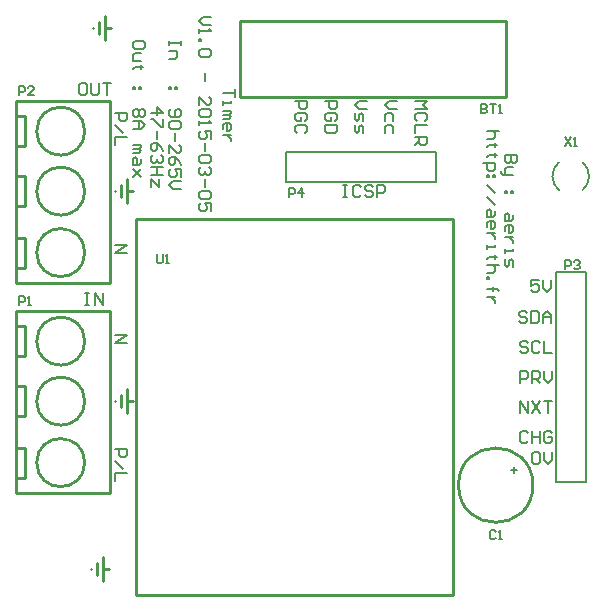
<source format=gto>
%FSLAX25Y25*%
%MOIN*%
G70*
G01*
G75*
G04 Layer_Color=65535*
%ADD10C,0.02000*%
%ADD11C,0.03000*%
%ADD12C,0.10000*%
%ADD13C,0.05000*%
%ADD14C,0.07874*%
%ADD15C,0.09843*%
%ADD16C,0.05906*%
%ADD17R,0.05906X0.05906*%
%ADD18C,0.05118*%
%ADD19R,0.05512X0.05512*%
%ADD20C,0.05512*%
%ADD21C,0.23622*%
%ADD22R,0.05906X0.05906*%
%ADD23C,0.09449*%
%ADD24C,0.05000*%
%ADD25R,0.04724X0.05512*%
%ADD26R,0.05906X0.02362*%
%ADD27R,0.02362X0.05906*%
%ADD28R,0.04724X0.03543*%
%ADD29R,0.04803X0.03583*%
%ADD30R,0.23622X0.23622*%
%ADD31R,0.06299X0.11811*%
%ADD32R,0.03543X0.04724*%
%ADD33R,0.05512X0.04724*%
%ADD34R,0.06693X0.05512*%
%ADD35R,0.05512X0.06693*%
%ADD36R,0.03583X0.04803*%
%ADD37R,0.04370X0.03583*%
%ADD38R,0.05906X0.03150*%
%ADD39R,0.05512X0.12598*%
%ADD40R,0.12598X0.05512*%
%ADD41R,0.13386X0.07087*%
%ADD42C,0.01000*%
%ADD43C,0.08000*%
%ADD44C,0.12000*%
%ADD45C,0.00787*%
%ADD46C,0.00500*%
%ADD47C,0.00700*%
D42*
X173402Y36000D02*
G03*
X173402Y36000I-12402J0D01*
G01*
X24000Y113528D02*
G03*
X24000Y113528I-8000J0D01*
G01*
Y154000D02*
G03*
X24000Y154000I-8000J0D01*
G01*
Y134000D02*
G03*
X24000Y134000I-8000J0D01*
G01*
Y43528D02*
G03*
X24000Y43528I-8000J0D01*
G01*
Y84000D02*
G03*
X24000Y84000I-8000J0D01*
G01*
Y64000D02*
G03*
X24000Y64000I-8000J0D01*
G01*
X75709Y165402D02*
Y190598D01*
Y165402D02*
X164291D01*
Y190598D01*
X75709D02*
X164291D01*
X41244Y124598D02*
X146756D01*
Y-598D02*
Y124598D01*
X41244Y-598D02*
X146756D01*
X41244D02*
Y124598D01*
X34000Y64000D02*
Y64100D01*
X36000Y62000D02*
Y66000D01*
X38000Y60000D02*
Y68000D01*
Y64000D02*
X40000D01*
X34000Y134000D02*
Y134100D01*
X36000Y132000D02*
Y136000D01*
X38000Y130000D02*
Y138000D01*
Y134000D02*
X40000D01*
X1039Y108528D02*
X4000D01*
Y118528D01*
X1039D02*
X4000D01*
X1039Y164000D02*
X32535D01*
X1039Y103291D02*
X32535D01*
X1039D02*
Y164000D01*
X32535Y103291D02*
Y164000D01*
X4000Y149000D02*
Y159000D01*
X1039Y149000D02*
X4000D01*
X1039Y159000D02*
X4000D01*
X1039Y139000D02*
X4000D01*
Y129000D02*
Y139000D01*
X1039Y129000D02*
X4000D01*
X1039Y38528D02*
X4000D01*
Y48528D01*
X1039D02*
X4000D01*
X1039Y94000D02*
X32535D01*
X1039Y33291D02*
X32535D01*
X1039D02*
Y94000D01*
X32535Y33291D02*
Y94000D01*
X4000Y79000D02*
Y89000D01*
X1039Y79000D02*
X4000D01*
X1039Y89000D02*
X4000D01*
X1039Y69000D02*
X4000D01*
Y59000D02*
Y69000D01*
X1039Y59000D02*
X4000D01*
X30000Y8000D02*
X32000D01*
X30000Y4000D02*
Y12000D01*
X28000Y6000D02*
Y10000D01*
X26000Y8000D02*
Y8100D01*
X30850Y188299D02*
X32850D01*
X30850Y184299D02*
Y192299D01*
X28850Y186299D02*
Y190299D01*
X26850Y188299D02*
Y188399D01*
D45*
X181976Y143548D02*
G03*
X182040Y134318I4024J-4588D01*
G01*
X189960Y134357D02*
G03*
X190024Y143588I-3960J4643D01*
G01*
X191000Y37000D02*
Y107000D01*
X181000D02*
X191000D01*
X181000Y37000D02*
Y107000D01*
Y37000D02*
X191000D01*
X141000Y137000D02*
Y147000D01*
X91000Y137000D02*
X141000D01*
X91000Y147000D02*
X141000D01*
X91000Y137000D02*
Y147000D01*
D46*
X167000Y40000D02*
Y41969D01*
X166032Y41000D02*
X168000D01*
D47*
X156000Y162999D02*
Y160000D01*
X157500D01*
X157999Y160500D01*
Y161000D01*
X157500Y161500D01*
X156000D01*
X157500D01*
X157999Y161999D01*
Y162499D01*
X157500Y162999D01*
X156000D01*
X158999D02*
X160998D01*
X159999D01*
Y160000D01*
X161998D02*
X162998D01*
X162498D01*
Y162999D01*
X161998Y162499D01*
X110000Y135999D02*
X111333D01*
X110667D01*
Y132000D01*
X110000D01*
X111333D01*
X115998Y135332D02*
X115332Y135999D01*
X113999D01*
X113332Y135332D01*
Y132667D01*
X113999Y132000D01*
X115332D01*
X115998Y132667D01*
X119997Y135332D02*
X119330Y135999D01*
X117997D01*
X117331Y135332D01*
Y134666D01*
X117997Y133999D01*
X119330D01*
X119997Y133333D01*
Y132667D01*
X119330Y132000D01*
X117997D01*
X117331Y132667D01*
X121330Y132000D02*
Y135999D01*
X123329D01*
X123995Y135332D01*
Y133999D01*
X123329Y133333D01*
X121330D01*
X184000Y151999D02*
X185999Y149000D01*
Y151999D02*
X184000Y149000D01*
X186999D02*
X187999D01*
X187499D01*
Y151999D01*
X186999Y151499D01*
X48000Y112999D02*
Y110500D01*
X48500Y110000D01*
X49499D01*
X49999Y110500D01*
Y112999D01*
X50999Y110000D02*
X51999D01*
X51499D01*
Y112999D01*
X50999Y112499D01*
X92000Y132000D02*
Y134999D01*
X93499D01*
X93999Y134499D01*
Y133500D01*
X93499Y133000D01*
X92000D01*
X96499Y132000D02*
Y134999D01*
X94999Y133500D01*
X96998D01*
X184000Y108000D02*
Y110999D01*
X185500D01*
X185999Y110499D01*
Y109500D01*
X185500Y109000D01*
X184000D01*
X186999Y110499D02*
X187499Y110999D01*
X188499D01*
X188998Y110499D01*
Y109999D01*
X188499Y109500D01*
X187999D01*
X188499D01*
X188998Y109000D01*
Y108500D01*
X188499Y108000D01*
X187499D01*
X186999Y108500D01*
X2000Y166000D02*
Y168999D01*
X3500D01*
X3999Y168499D01*
Y167499D01*
X3500Y167000D01*
X2000D01*
X6998Y166000D02*
X4999D01*
X6998Y167999D01*
Y168499D01*
X6499Y168999D01*
X5499D01*
X4999Y168499D01*
X2000Y96000D02*
Y98999D01*
X3500D01*
X3999Y98499D01*
Y97500D01*
X3500Y97000D01*
X2000D01*
X4999Y96000D02*
X5999D01*
X5499D01*
Y98999D01*
X4999Y98499D01*
X160999Y20499D02*
X160500Y20999D01*
X159500D01*
X159000Y20499D01*
Y18500D01*
X159500Y18000D01*
X160500D01*
X160999Y18500D01*
X161999Y18000D02*
X162999D01*
X162499D01*
Y20999D01*
X161999Y20499D01*
X117999Y164000D02*
X115333D01*
X114000Y162667D01*
X115333Y161334D01*
X117999D01*
X114000Y160001D02*
Y158002D01*
X114666Y157335D01*
X115333Y158002D01*
Y159335D01*
X115999Y160001D01*
X116666Y159335D01*
Y157335D01*
X114000Y156003D02*
Y154003D01*
X114666Y153337D01*
X115333Y154003D01*
Y155336D01*
X115999Y156003D01*
X116666Y155336D01*
Y153337D01*
X127999Y164000D02*
X125333D01*
X124000Y162667D01*
X125333Y161334D01*
X127999D01*
X126666Y157335D02*
Y159335D01*
X125999Y160001D01*
X124667D01*
X124000Y159335D01*
Y157335D01*
X126666Y153337D02*
Y155336D01*
X125999Y156003D01*
X124667D01*
X124000Y155336D01*
Y153337D01*
X34000Y48000D02*
X37999D01*
Y46001D01*
X37332Y45334D01*
X35999D01*
X35333Y46001D01*
Y48000D01*
X34000Y44001D02*
X36666Y41335D01*
X37999Y40003D02*
X34000D01*
Y37337D01*
Y86000D02*
X37999D01*
X34000Y83334D01*
X37999D01*
X34000Y160000D02*
X37999D01*
Y158001D01*
X37332Y157334D01*
X35999D01*
X35333Y158001D01*
Y160000D01*
X34000Y156001D02*
X36666Y153335D01*
X37999Y152003D02*
X34000D01*
Y149337D01*
Y116000D02*
X37999D01*
X34000Y113334D01*
X37999D01*
X171511Y93371D02*
X170844Y94038D01*
X169511D01*
X168845Y93371D01*
Y92705D01*
X169511Y92039D01*
X170844D01*
X171511Y91372D01*
Y90706D01*
X170844Y90039D01*
X169511D01*
X168845Y90706D01*
X172843Y94038D02*
Y90039D01*
X174843D01*
X175509Y90706D01*
Y93371D01*
X174843Y94038D01*
X172843D01*
X176842Y90039D02*
Y92705D01*
X178175Y94038D01*
X179508Y92705D01*
Y90039D01*
Y92039D01*
X176842D01*
X171666Y83332D02*
X170999Y83999D01*
X169667D01*
X169000Y83332D01*
Y82666D01*
X169667Y81999D01*
X170999D01*
X171666Y81333D01*
Y80666D01*
X170999Y80000D01*
X169667D01*
X169000Y80666D01*
X175664Y83332D02*
X174998Y83999D01*
X173665D01*
X172999Y83332D01*
Y80666D01*
X173665Y80000D01*
X174998D01*
X175664Y80666D01*
X176997Y83999D02*
Y80000D01*
X179663D01*
X169000Y70000D02*
Y73999D01*
X170999D01*
X171666Y73332D01*
Y71999D01*
X170999Y71333D01*
X169000D01*
X172999Y70000D02*
Y73999D01*
X174998D01*
X175664Y73332D01*
Y71999D01*
X174998Y71333D01*
X172999D01*
X174332D02*
X175664Y70000D01*
X176997Y73999D02*
Y71333D01*
X178330Y70000D01*
X179663Y71333D01*
Y73999D01*
X169000Y60000D02*
Y63999D01*
X171666Y60000D01*
Y63999D01*
X172999D02*
X175664Y60000D01*
Y63999D02*
X172999Y60000D01*
X176997Y63999D02*
X179663D01*
X178330D01*
Y60000D01*
X171666Y53332D02*
X170999Y53999D01*
X169667D01*
X169000Y53332D01*
Y50666D01*
X169667Y50000D01*
X170999D01*
X171666Y50666D01*
X172999Y53999D02*
Y50000D01*
Y51999D01*
X175664D01*
Y53999D01*
Y50000D01*
X179663Y53332D02*
X178997Y53999D01*
X177664D01*
X176997Y53332D01*
Y50666D01*
X177664Y50000D01*
X178997D01*
X179663Y50666D01*
Y51999D01*
X178330D01*
X173000Y46332D02*
X173667Y46999D01*
X174999D01*
X175666Y46332D01*
Y43666D01*
X174999Y43000D01*
X173667D01*
X173000Y43666D01*
Y46332D01*
X176999Y46999D02*
Y44333D01*
X178332Y43000D01*
X179665Y44333D01*
Y46999D01*
X175531Y104469D02*
X172865D01*
Y102469D01*
X174198Y103136D01*
X174864D01*
X175531Y102469D01*
Y101136D01*
X174864Y100470D01*
X173531D01*
X172865Y101136D01*
X176864Y104469D02*
Y101803D01*
X178197Y100470D01*
X179530Y101803D01*
Y104469D01*
X134000Y164000D02*
X137999D01*
X136666Y162667D01*
X137999Y161334D01*
X134000D01*
X137332Y157335D02*
X137999Y158002D01*
Y159335D01*
X137332Y160001D01*
X134667D01*
X134000Y159335D01*
Y158002D01*
X134667Y157335D01*
X137999Y156003D02*
X134000D01*
Y153337D01*
Y152004D02*
X137999D01*
Y150004D01*
X137332Y149338D01*
X135999D01*
X135333Y150004D01*
Y152004D01*
Y150671D02*
X134000Y149338D01*
X104000Y164000D02*
X107999D01*
Y162001D01*
X107332Y161334D01*
X105999D01*
X105333Y162001D01*
Y164000D01*
X107332Y157335D02*
X107999Y158002D01*
Y159335D01*
X107332Y160001D01*
X104666D01*
X104000Y159335D01*
Y158002D01*
X104666Y157335D01*
X105999D01*
Y158668D01*
X107999Y156003D02*
X104000D01*
Y154003D01*
X104666Y153337D01*
X107332D01*
X107999Y154003D01*
Y156003D01*
X94000Y164000D02*
X97999D01*
Y162001D01*
X97332Y161334D01*
X95999D01*
X95333Y162001D01*
Y164000D01*
X97332Y157335D02*
X97999Y158002D01*
Y159335D01*
X97332Y160001D01*
X94666D01*
X94000Y159335D01*
Y158002D01*
X94666Y157335D01*
X95999D01*
Y158668D01*
X97332Y153337D02*
X97999Y154003D01*
Y155336D01*
X97332Y156003D01*
X94666D01*
X94000Y155336D01*
Y154003D01*
X94666Y153337D01*
X161999Y154000D02*
X158000D01*
X159999D01*
X160666Y153333D01*
Y152001D01*
X159999Y151334D01*
X158000D01*
X161332Y149335D02*
X160666D01*
Y150001D01*
Y148668D01*
Y149335D01*
X158667D01*
X158000Y148668D01*
X161332Y146003D02*
X160666D01*
Y146669D01*
Y145336D01*
Y146003D01*
X158667D01*
X158000Y145336D01*
X156667Y143337D02*
X160666D01*
Y141337D01*
X159999Y140671D01*
X158667D01*
X158000Y141337D01*
Y143337D01*
X160666Y139338D02*
Y138672D01*
X159999D01*
Y139338D01*
X160666D01*
X158667D02*
Y138672D01*
X158000D01*
Y139338D01*
X158667D01*
X158000Y136006D02*
X160666Y133340D01*
X158000Y132007D02*
X160666Y129341D01*
Y127342D02*
Y126009D01*
X159999Y125343D01*
X158000D01*
Y127342D01*
X158667Y128008D01*
X159333Y127342D01*
Y125343D01*
X158000Y122010D02*
Y123343D01*
X158667Y124010D01*
X159999D01*
X160666Y123343D01*
Y122010D01*
X159999Y121344D01*
X159333D01*
Y124010D01*
X160666Y120011D02*
X158000D01*
X159333D01*
X159999Y119344D01*
X160666Y118678D01*
Y118012D01*
X158000Y116012D02*
Y114679D01*
Y115346D01*
X160666D01*
Y116012D01*
X161332Y112013D02*
X160666D01*
Y112680D01*
Y111347D01*
Y112013D01*
X158667D01*
X158000Y111347D01*
X161999Y109348D02*
X158000D01*
X159999D01*
X160666Y108681D01*
Y107348D01*
X159999Y106682D01*
X158000D01*
Y105349D02*
X158667D01*
Y104683D01*
X158000D01*
Y105349D01*
Y101350D02*
X161332D01*
X159999D01*
Y102017D01*
Y100684D01*
Y101350D01*
X161332D01*
X161999Y100684D01*
X160666Y98685D02*
X158000D01*
X159333D01*
X159999Y98018D01*
X160666Y97352D01*
Y96685D01*
X167999Y146000D02*
X164000D01*
Y144001D01*
X164666Y143334D01*
X165333D01*
X165999Y144001D01*
Y146000D01*
Y144001D01*
X166666Y143334D01*
X167332D01*
X167999Y144001D01*
Y146000D01*
X166666Y142001D02*
X164666D01*
X164000Y141335D01*
Y139336D01*
X163333D01*
X162667Y140002D01*
Y140668D01*
X164000Y139336D02*
X166666D01*
Y134004D02*
Y133337D01*
X165999D01*
Y134004D01*
X166666D01*
X164666D02*
Y133337D01*
X164000D01*
Y134004D01*
X164666D01*
X166666Y126006D02*
Y124674D01*
X165999Y124007D01*
X164000D01*
Y126006D01*
X164666Y126673D01*
X165333Y126006D01*
Y124007D01*
X164000Y120675D02*
Y122008D01*
X164666Y122674D01*
X165999D01*
X166666Y122008D01*
Y120675D01*
X165999Y120008D01*
X165333D01*
Y122674D01*
X166666Y118675D02*
X164000D01*
X165333D01*
X165999Y118009D01*
X166666Y117343D01*
Y116676D01*
X164000Y114677D02*
Y113344D01*
Y114010D01*
X166666D01*
Y114677D01*
X164000Y111345D02*
Y109345D01*
X164666Y108679D01*
X165333Y109345D01*
Y110678D01*
X165999Y111345D01*
X166666Y110678D01*
Y108679D01*
X65999Y192000D02*
X63333D01*
X62000Y190667D01*
X63333Y189334D01*
X65999D01*
X62000Y188001D02*
Y186668D01*
Y187335D01*
X65999D01*
X65332Y188001D01*
X62000Y184669D02*
X62666D01*
Y184003D01*
X62000D01*
Y184669D01*
X65332Y181337D02*
X65999Y180670D01*
Y179337D01*
X65332Y178671D01*
X62666D01*
X62000Y179337D01*
Y180670D01*
X62666Y181337D01*
X65332D01*
X63999Y173339D02*
Y170674D01*
X62000Y162676D02*
Y165342D01*
X64666Y162676D01*
X65332D01*
X65999Y163343D01*
Y164675D01*
X65332Y165342D01*
Y161343D02*
X65999Y160677D01*
Y159344D01*
X65332Y158677D01*
X62666D01*
X62000Y159344D01*
Y160677D01*
X62666Y161343D01*
X65332D01*
X62000Y157344D02*
Y156012D01*
Y156678D01*
X65999D01*
X65332Y157344D01*
X65999Y151347D02*
Y154012D01*
X63999D01*
X64666Y152679D01*
Y152013D01*
X63999Y151347D01*
X62666D01*
X62000Y152013D01*
Y153346D01*
X62666Y154012D01*
X63999Y150013D02*
Y147348D01*
X65332Y146015D02*
X65999Y145348D01*
Y144016D01*
X65332Y143349D01*
X62666D01*
X62000Y144016D01*
Y145348D01*
X62666Y146015D01*
X65332D01*
Y142016D02*
X65999Y141350D01*
Y140017D01*
X65332Y139350D01*
X64666D01*
X63999Y140017D01*
Y140683D01*
Y140017D01*
X63333Y139350D01*
X62666D01*
X62000Y140017D01*
Y141350D01*
X62666Y142016D01*
X63999Y138017D02*
Y135352D01*
X65332Y134019D02*
X65999Y133352D01*
Y132019D01*
X65332Y131353D01*
X62666D01*
X62000Y132019D01*
Y133352D01*
X62666Y134019D01*
X65332D01*
X65999Y127354D02*
Y130020D01*
X63999D01*
X64666Y128687D01*
Y128021D01*
X63999Y127354D01*
X62666D01*
X62000Y128021D01*
Y129353D01*
X62666Y130020D01*
X73999Y168000D02*
Y165334D01*
Y166667D01*
X70000D01*
Y164001D02*
Y162668D01*
Y163335D01*
X72666D01*
Y164001D01*
X70000Y160669D02*
X72666D01*
Y160003D01*
X71999Y159336D01*
X70000D01*
X71999D01*
X72666Y158670D01*
X71999Y158003D01*
X70000D01*
Y154671D02*
Y156004D01*
X70666Y156670D01*
X71999D01*
X72666Y156004D01*
Y154671D01*
X71999Y154005D01*
X71333D01*
Y156670D01*
X72666Y152672D02*
X70000D01*
X71333D01*
X71999Y152005D01*
X72666Y151339D01*
Y150672D01*
X55999Y184000D02*
Y182667D01*
Y183334D01*
X52000D01*
Y184000D01*
Y182667D01*
Y180668D02*
X54666D01*
Y178668D01*
X53999Y178002D01*
X52000D01*
X54666Y168672D02*
Y168005D01*
X53999D01*
Y168672D01*
X54666D01*
X52666D02*
Y168005D01*
X52000D01*
Y168672D01*
X52666D01*
Y161341D02*
X52000Y160674D01*
Y159341D01*
X52666Y158675D01*
X55332D01*
X55999Y159341D01*
Y160674D01*
X55332Y161341D01*
X54666D01*
X53999Y160674D01*
Y158675D01*
X55332Y157342D02*
X55999Y156676D01*
Y155343D01*
X55332Y154676D01*
X52666D01*
X52000Y155343D01*
Y156676D01*
X52666Y157342D01*
X55332D01*
X53999Y153343D02*
Y150677D01*
X52000Y146679D02*
Y149345D01*
X54666Y146679D01*
X55332D01*
X55999Y147345D01*
Y148678D01*
X55332Y149345D01*
X55999Y142680D02*
X55332Y144013D01*
X53999Y145346D01*
X52666D01*
X52000Y144679D01*
Y143347D01*
X52666Y142680D01*
X53333D01*
X53999Y143347D01*
Y145346D01*
X55999Y138681D02*
Y141347D01*
X53999D01*
X54666Y140014D01*
Y139348D01*
X53999Y138681D01*
X52666D01*
X52000Y139348D01*
Y140681D01*
X52666Y141347D01*
X55999Y137348D02*
X53333D01*
X52000Y136015D01*
X53333Y134683D01*
X55999D01*
X46000Y160001D02*
X49999D01*
X47999Y162000D01*
Y159334D01*
X49999Y158001D02*
Y155335D01*
X49332D01*
X46666Y158001D01*
X46000D01*
X47999Y154003D02*
Y151337D01*
X49999Y147338D02*
X49332Y148671D01*
X47999Y150004D01*
X46666D01*
X46000Y149337D01*
Y148004D01*
X46666Y147338D01*
X47333D01*
X47999Y148004D01*
Y150004D01*
X49332Y146005D02*
X49999Y145339D01*
Y144006D01*
X49332Y143339D01*
X48666D01*
X47999Y144006D01*
Y144672D01*
Y144006D01*
X47333Y143339D01*
X46666D01*
X46000Y144006D01*
Y145339D01*
X46666Y146005D01*
X49999Y142006D02*
X46000D01*
X47999D01*
Y139341D01*
X49999D01*
X46000D01*
X48666Y138008D02*
Y135342D01*
X46000Y138008D01*
Y135342D01*
X43999Y182001D02*
Y183334D01*
X43332Y184000D01*
X40666D01*
X40000Y183334D01*
Y182001D01*
X40666Y181334D01*
X43332D01*
X43999Y182001D01*
X42666Y180001D02*
X40666D01*
X40000Y179335D01*
Y177336D01*
X42666D01*
X43332Y175336D02*
X42666D01*
Y176003D01*
Y174670D01*
Y175336D01*
X40666D01*
X40000Y174670D01*
X42666Y168672D02*
Y168005D01*
X41999D01*
Y168672D01*
X42666D01*
X40666D02*
Y168005D01*
X40000D01*
Y168672D01*
X40666D01*
X43332Y161341D02*
X43999Y160674D01*
Y159341D01*
X43332Y158675D01*
X42666D01*
X41999Y159341D01*
X41333Y158675D01*
X40666D01*
X40000Y159341D01*
Y160674D01*
X40666Y161341D01*
X41333D01*
X41999Y160674D01*
X42666Y161341D01*
X43332D01*
X41999Y160674D02*
Y159341D01*
X40000Y157342D02*
X42666D01*
X43999Y156009D01*
X42666Y154676D01*
X40000D01*
X41999D01*
Y157342D01*
X40000Y149345D02*
X42666D01*
Y148678D01*
X41999Y148012D01*
X40000D01*
X41999D01*
X42666Y147345D01*
X41999Y146679D01*
X40000D01*
X42666Y144679D02*
Y143347D01*
X41999Y142680D01*
X40000D01*
Y144679D01*
X40666Y145346D01*
X41333Y144679D01*
Y142680D01*
X42666Y141347D02*
X40000Y138681D01*
X41333Y140014D01*
X42666Y138681D01*
X40000Y141347D01*
X24000Y99999D02*
X25333D01*
X24667D01*
Y96000D01*
X24000D01*
X25333D01*
X27332D02*
Y99999D01*
X29998Y96000D01*
Y99999D01*
X23999Y169999D02*
X22667D01*
X22000Y169332D01*
Y166666D01*
X22667Y166000D01*
X23999D01*
X24666Y166666D01*
Y169332D01*
X23999Y169999D01*
X25999D02*
Y166666D01*
X26665Y166000D01*
X27998D01*
X28664Y166666D01*
Y169999D01*
X29997D02*
X32663D01*
X31330D01*
Y166000D01*
M02*

</source>
